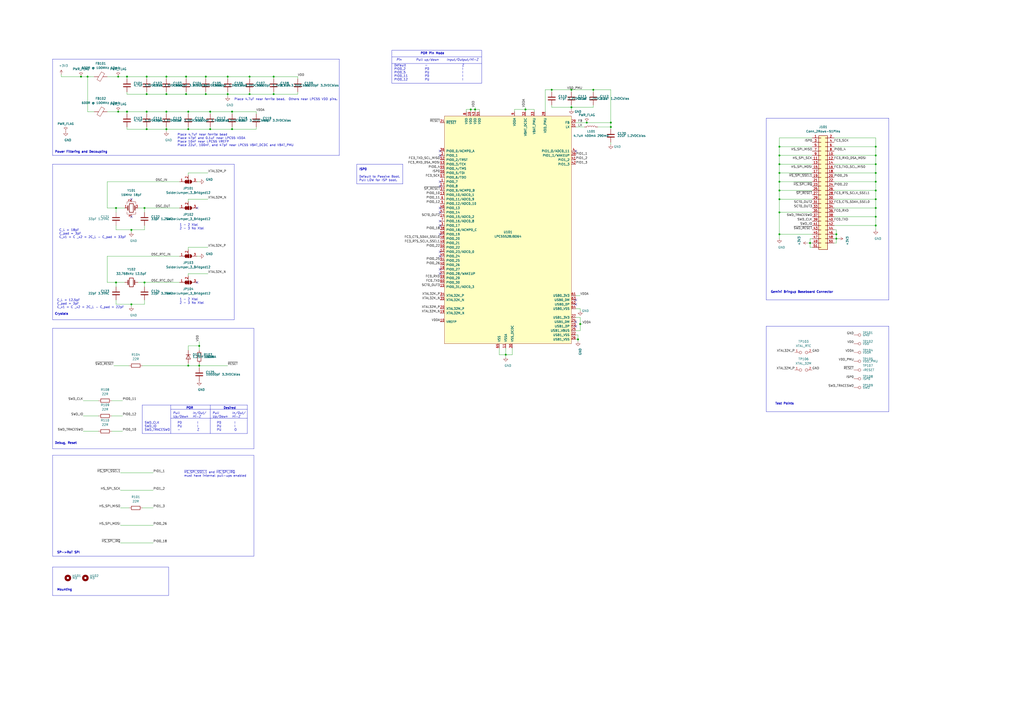
<source format=kicad_sch>
(kicad_sch (version 20230121) (generator eeschema)
  (paper "A2")
  (title_block (title "LPC55 Carrier") (company "Oxide Computer") (comment 1 "P/N: 913-00002"))
  (junction (at 331.47 52.07))
  (junction (at 85.09 54.61))
  (junction (at 273.05 63.5))
  (junction (at 508 110.49))
  (junction (at 132.08 54.61))
  (junction (at 107.95 44.45))
  (junction (at 134.62 74.93))
  (junction (at 109.22 74.93))
  (junction (at 485.14 135.89))
  (junction (at 331.47 62.23))
  (junction (at 68.58 64.77))
  (junction (at 83.82 163.83))
  (junction (at 85.09 44.45))
  (junction (at 452.12 90.17))
  (junction (at 107.95 54.61))
  (junction (at 76.2 176.53))
  (junction (at 354.33 71.12))
  (junction (at 340.36 71.12))
  (junction (at 76.2 133.35))
  (junction (at 144.78 54.61))
  (junction (at 508 95.25))
  (junction (at 508 85.09))
  (junction (at 275.59 63.5))
  (junction (at 452.12 85.09))
  (junction (at 119.38 54.61))
  (junction (at 335.28 196.85))
  (junction (at 115.57 212.09))
  (junction (at 304.8 63.5))
  (junction (at 96.52 44.45))
  (junction (at 50.8 44.45))
  (junction (at 344.17 52.07))
  (junction (at 293.37 205.74))
  (junction (at 452.12 135.89))
  (junction (at 109.22 212.09))
  (junction (at 452.12 110.49))
  (junction (at 67.31 120.65))
  (junction (at 73.66 64.77))
  (junction (at 508 115.57))
  (junction (at 96.52 74.93))
  (junction (at 452.12 123.19))
  (junction (at 469.9 140.97))
  (junction (at 85.09 74.93))
  (junction (at 452.12 115.57))
  (junction (at 96.52 64.77))
  (junction (at 508 90.17))
  (junction (at 336.55 187.96))
  (junction (at 115.57 200.66))
  (junction (at 121.92 64.77))
  (junction (at 452.12 95.25))
  (junction (at 144.78 44.45))
  (junction (at 73.66 44.45))
  (junction (at 85.09 64.77))
  (junction (at 134.62 64.77))
  (junction (at 508 100.33))
  (junction (at 508 130.81))
  (junction (at 320.04 52.07))
  (junction (at 508 105.41))
  (junction (at 46.99 44.45))
  (junction (at 452.12 100.33))
  (junction (at 83.82 120.65))
  (junction (at 121.92 74.93))
  (junction (at 68.58 44.45))
  (junction (at 452.12 105.41))
  (junction (at 132.08 44.45))
  (junction (at 508 120.65))
  (junction (at 485.14 138.43))
  (junction (at 354.33 73.66))
  (junction (at 67.31 163.83))
  (junction (at 158.75 44.45))
  (junction (at 109.22 64.77))
  (junction (at 119.38 44.45))
  (junction (at 508 125.73))
  (junction (at 96.52 54.61))
  (junction (at 158.75 54.61))
  (no_connect (at 255.27 123.19))
  (no_connect (at 255.27 87.63))
  (no_connect (at 114.3 163.83))
  (no_connect (at 255.27 156.21))
  (no_connect (at 255.27 146.05))
  (no_connect (at 255.27 107.95))
  (no_connect (at 255.27 135.89))
  (no_connect (at 255.27 130.81))
  (no_connect (at 255.27 128.27))
  (no_connect (at 334.01 87.63))
  (no_connect (at 255.27 148.59))
  (no_connect (at 334.01 186.69))
  (no_connect (at 255.27 158.75))
  (no_connect (at 255.27 105.41))
  (no_connect (at 76.2 125.73))
  (no_connect (at 334.01 173.99))
  (no_connect (at 255.27 90.17))
  (no_connect (at 76.2 115.57))
  (no_connect (at 255.27 120.65))
  (no_connect (at 114.3 120.65))
  (no_connect (at 334.01 176.53))
  (no_connect (at 334.01 189.23))
  (wire (pts (xy 508 90.17) (xy 508 95.25)))
  (wire (pts (xy 316.23 64.77) (xy 316.23 52.07)))
  (wire (pts (xy 148.59 64.77) (xy 148.59 66.04)))
  (wire (pts (xy 107.95 54.61) (xy 119.38 54.61)))
  (wire (pts (xy 508 120.65) (xy 508 125.73)))
  (wire (pts (xy 132.08 44.45) (xy 144.78 44.45)))
  (wire (pts (xy 144.78 44.45) (xy 158.75 44.45)))
  (wire (pts (xy 452.12 105.41) (xy 452.12 110.49)))
  (wire (pts (xy 109.22 115.57) (xy 109.22 116.84)))
  (wire (pts (xy 469.9 140.97) (xy 469.9 138.43)))
  (wire (pts (xy 107.95 44.45) (xy 119.38 44.45)))
  (wire (pts (xy 48.26 232.41) (xy 57.15 232.41)))
  (wire (pts (xy 483.87 135.89) (xy 485.14 135.89)))
  (wire (pts (xy 334.01 73.66) (xy 339.09 73.66)))
  (wire (pts (xy 96.52 74.93) (xy 96.52 73.66)))
  (polyline (pts (xy 30.48 95.25) (xy 30.48 185.42)))
  (polyline (pts (xy 99.06 237.49) (xy 143.51 237.49)))
  (polyline (pts (xy 147.32 260.35) (xy 147.32 190.5)))
  (wire (pts (xy 73.66 45.72) (xy 73.66 44.45)))
  (wire (pts (xy 508 110.49) (xy 508 115.57)))
  (wire (pts (xy 483.87 80.01) (xy 508 80.01)))
  (wire (pts (xy 73.66 54.61) (xy 85.09 54.61)))
  (wire (pts (xy 85.09 54.61) (xy 96.52 54.61)))
  (wire (pts (xy 508 80.01) (xy 508 85.09)))
  (polyline (pts (xy 444.5 173.99) (xy 444.5 68.58)))
  (wire (pts (xy 109.22 212.09) (xy 115.57 212.09)))
  (wire (pts (xy 62.23 44.45) (xy 68.58 44.45)))
  (wire (pts (xy 483.87 105.41) (xy 508 105.41)))
  (wire (pts (xy 114.3 105.41) (xy 115.57 105.41)))
  (wire (pts (xy 483.87 130.81) (xy 508 130.81)))
  (wire (pts (xy 104.14 105.41) (xy 62.23 105.41)))
  (polyline (pts (xy 82.55 234.95) (xy 143.51 234.95)))
  (wire (pts (xy 309.88 63.5) (xy 309.88 64.77)))
  (polyline (pts (xy 515.62 238.76) (xy 444.5 238.76)))
  (polyline (pts (xy 82.55 251.46) (xy 82.55 234.95)))
  (wire (pts (xy 83.82 120.65) (xy 83.82 123.19)))
  (wire (pts (xy 471.17 143.51) (xy 469.9 143.51)))
  (wire (pts (xy 331.47 62.23) (xy 331.47 63.5)))
  (wire (pts (xy 109.22 73.66) (xy 109.22 74.93)))
  (wire (pts (xy 334.01 71.12) (xy 340.36 71.12)))
  (wire (pts (xy 132.08 53.34) (xy 132.08 54.61)))
  (wire (pts (xy 471.17 110.49) (xy 452.12 110.49)))
  (wire (pts (xy 344.17 52.07) (xy 344.17 53.34)))
  (wire (pts (xy 119.38 53.34) (xy 119.38 54.61)))
  (wire (pts (xy 336.55 179.07) (xy 336.55 180.34)))
  (polyline (pts (xy 30.48 264.16) (xy 147.32 264.16)))
  (wire (pts (xy 109.22 158.75) (xy 120.65 158.75)))
  (wire (pts (xy 96.52 45.72) (xy 96.52 44.45)))
  (wire (pts (xy 144.78 45.72) (xy 144.78 44.45)))
  (wire (pts (xy 304.8 63.5) (xy 309.88 63.5)))
  (polyline (pts (xy 30.48 322.58) (xy 30.48 264.16)))
  (wire (pts (xy 50.8 44.45) (xy 54.61 44.45)))
  (polyline (pts (xy 143.51 251.46) (xy 82.55 251.46)))
  (wire (pts (xy 54.61 64.77) (xy 50.8 64.77)))
  (wire (pts (xy 48.26 241.3) (xy 57.15 241.3)))
  (wire (pts (xy 293.37 205.74) (xy 293.37 207.01)))
  (wire (pts (xy 144.78 54.61) (xy 158.75 54.61)))
  (wire (pts (xy 354.33 52.07) (xy 354.33 71.12)))
  (wire (pts (xy 483.87 110.49) (xy 508 110.49)))
  (wire (pts (xy 483.87 140.97) (xy 485.14 140.97)))
  (wire (pts (xy 115.57 212.09) (xy 115.57 213.36)))
  (wire (pts (xy 508 115.57) (xy 508 120.65)))
  (polyline (pts (xy 444.5 238.76) (xy 444.5 189.23)))
  (wire (pts (xy 76.2 177.8) (xy 76.2 176.53)))
  (wire (pts (xy 83.82 173.99) (xy 83.82 176.53)))
  (wire (pts (xy 331.47 62.23) (xy 344.17 62.23)))
  (polyline (pts (xy 515.62 68.58) (xy 515.62 173.99)))
  (wire (pts (xy 109.22 212.09) (xy 109.22 210.82)))
  (wire (pts (xy 88.9 304.8) (xy 69.85 304.8)))
  (wire (pts (xy 452.12 80.01) (xy 452.12 85.09)))
  (wire (pts (xy 471.17 140.97) (xy 469.9 140.97)))
  (polyline (pts (xy 207.01 95.25) (xy 233.68 95.25)))
  (wire (pts (xy 304.8 64.77) (xy 304.8 63.5)))
  (wire (pts (xy 270.51 63.5) (xy 273.05 63.5)))
  (wire (pts (xy 35.56 44.45) (xy 46.99 44.45)))
  (polyline (pts (xy 121.92 234.95) (xy 121.92 251.46)))
  (wire (pts (xy 304.8 63.5) (xy 304.8 62.23)))
  (wire (pts (xy 88.9 314.96) (xy 69.85 314.96)))
  (wire (pts (xy 483.87 133.35) (xy 485.14 133.35)))
  (wire (pts (xy 452.12 115.57) (xy 452.12 123.19)))
  (wire (pts (xy 508 100.33) (xy 508 105.41)))
  (wire (pts (xy 483.87 85.09) (xy 508 85.09)))
  (polyline (pts (xy 147.32 264.16) (xy 147.32 322.58)))
  (wire (pts (xy 82.55 212.09) (xy 109.22 212.09)))
  (wire (pts (xy 73.66 74.93) (xy 85.09 74.93)))
  (wire (pts (xy 62.23 148.59) (xy 62.23 163.83)))
  (wire (pts (xy 50.8 64.77) (xy 50.8 44.45)))
  (wire (pts (xy 336.55 187.96) (xy 337.82 187.96)))
  (wire (pts (xy 109.22 74.93) (xy 121.92 74.93)))
  (wire (pts (xy 121.92 74.93) (xy 134.62 74.93)))
  (wire (pts (xy 85.09 53.34) (xy 85.09 54.61)))
  (wire (pts (xy 483.87 90.17) (xy 508 90.17)))
  (wire (pts (xy 508 85.09) (xy 508 90.17)))
  (wire (pts (xy 354.33 71.12) (xy 354.33 73.66)))
  (wire (pts (xy 48.26 250.19) (xy 57.15 250.19)))
  (wire (pts (xy 107.95 53.34) (xy 107.95 54.61)))
  (wire (pts (xy 336.55 187.96) (xy 336.55 184.15)))
  (wire (pts (xy 469.9 143.51) (xy 469.9 140.97)))
  (wire (pts (xy 76.2 134.62) (xy 76.2 133.35)))
  (wire (pts (xy 148.59 74.93) (xy 148.59 73.66)))
  (wire (pts (xy 132.08 55.88) (xy 132.08 54.61)))
  (wire (pts (xy 297.18 201.93) (xy 297.18 205.74)))
  (wire (pts (xy 320.04 60.96) (xy 320.04 62.23)))
  (wire (pts (xy 83.82 163.83) (xy 83.82 166.37)))
  (wire (pts (xy 172.72 44.45) (xy 172.72 45.72)))
  (wire (pts (xy 320.04 62.23) (xy 331.47 62.23)))
  (wire (pts (xy 172.72 54.61) (xy 172.72 53.34)))
  (wire (pts (xy 483.87 138.43) (xy 485.14 138.43)))
  (wire (pts (xy 64.77 232.41) (xy 71.12 232.41)))
  (wire (pts (xy 158.75 44.45) (xy 172.72 44.45)))
  (wire (pts (xy 104.14 148.59) (xy 62.23 148.59)))
  (wire (pts (xy 119.38 54.61) (xy 132.08 54.61)))
  (wire (pts (xy 114.3 148.59) (xy 115.57 148.59)))
  (wire (pts (xy 134.62 74.93) (xy 148.59 74.93)))
  (wire (pts (xy 158.75 54.61) (xy 172.72 54.61)))
  (wire (pts (xy 96.52 54.61) (xy 107.95 54.61)))
  (wire (pts (xy 508 105.41) (xy 508 110.49)))
  (wire (pts (xy 320.04 52.07) (xy 331.47 52.07)))
  (wire (pts (xy 67.31 163.83) (xy 72.39 163.83)))
  (wire (pts (xy 275.59 63.5) (xy 275.59 64.77)))
  (polyline (pts (xy 279.4 48.26) (xy 227.33 48.26)))
  (wire (pts (xy 508 130.81) (xy 508 133.35)))
  (wire (pts (xy 85.09 44.45) (xy 96.52 44.45)))
  (wire (pts (xy 471.17 100.33) (xy 452.12 100.33)))
  (polyline (pts (xy 135.89 95.25) (xy 30.48 95.25)))
  (polyline (pts (xy 99.06 234.95) (xy 99.06 251.46)))
  (polyline (pts (xy 30.48 34.29) (xy 30.48 90.17)))
  (wire (pts (xy 270.51 64.77) (xy 270.51 63.5)))
  (wire (pts (xy 64.77 241.3) (xy 71.12 241.3)))
  (polyline (pts (xy 99.06 242.57) (xy 143.51 242.57)))
  (wire (pts (xy 335.28 194.31) (xy 335.28 196.85)))
  (wire (pts (xy 275.59 63.5) (xy 278.13 63.5)))
  (polyline (pts (xy 30.48 90.17) (xy 196.85 90.17)))
  (wire (pts (xy 67.31 176.53) (xy 67.31 173.99)))
  (polyline (pts (xy 30.48 345.44) (xy 30.48 328.93)))
  (wire (pts (xy 109.22 158.75) (xy 109.22 160.02)))
  (wire (pts (xy 316.23 52.07) (xy 320.04 52.07)))
  (wire (pts (xy 508 125.73) (xy 508 130.81)))
  (wire (pts (xy 273.05 63.5) (xy 275.59 63.5)))
  (wire (pts (xy 66.04 212.09) (xy 74.93 212.09)))
  (wire (pts (xy 134.62 64.77) (xy 148.59 64.77)))
  (wire (pts (xy 452.12 135.89) (xy 452.12 138.43)))
  (wire (pts (xy 85.09 74.93) (xy 85.09 73.66)))
  (polyline (pts (xy 444.5 68.58) (xy 515.62 68.58)))
  (wire (pts (xy 80.01 120.65) (xy 83.82 120.65)))
  (wire (pts (xy 67.31 123.19) (xy 67.31 120.65)))
  (wire (pts (xy 298.45 64.77) (xy 298.45 63.5)))
  (wire (pts (xy 88.9 294.64) (xy 82.55 294.64)))
  (wire (pts (xy 67.31 163.83) (xy 62.23 163.83)))
  (wire (pts (xy 485.14 138.43) (xy 485.14 135.89)))
  (polyline (pts (xy 135.89 185.42) (xy 135.89 95.25)))
  (wire (pts (xy 298.45 63.5) (xy 304.8 63.5)))
  (wire (pts (xy 471.17 80.01) (xy 452.12 80.01)))
  (wire (pts (xy 96.52 64.77) (xy 109.22 64.77)))
  (wire (pts (xy 144.78 53.34) (xy 144.78 54.61)))
  (wire (pts (xy 334.01 194.31) (xy 335.28 194.31)))
  (polyline (pts (xy 30.48 185.42) (xy 135.89 185.42)))
  (wire (pts (xy 67.31 120.65) (xy 62.23 120.65)))
  (wire (pts (xy 119.38 44.45) (xy 132.08 44.45)))
  (wire (pts (xy 471.17 105.41) (xy 452.12 105.41)))
  (wire (pts (xy 109.22 64.77) (xy 121.92 64.77)))
  (wire (pts (xy 85.09 45.72) (xy 85.09 44.45)))
  (wire (pts (xy 485.14 135.89) (xy 485.14 133.35)))
  (wire (pts (xy 46.99 44.45) (xy 50.8 44.45)))
  (wire (pts (xy 115.57 212.09) (xy 115.57 210.82)))
  (wire (pts (xy 73.66 66.04) (xy 73.66 64.77)))
  (wire (pts (xy 109.22 100.33) (xy 120.65 100.33)))
  (wire (pts (xy 273.05 64.77) (xy 273.05 63.5)))
  (wire (pts (xy 289.56 205.74) (xy 293.37 205.74)))
  (wire (pts (xy 109.22 143.51) (xy 120.65 143.51)))
  (wire (pts (xy 83.82 120.65) (xy 104.14 120.65)))
  (wire (pts (xy 354.33 73.66) (xy 354.33 74.93)))
  (wire (pts (xy 73.66 64.77) (xy 85.09 64.77)))
  (wire (pts (xy 471.17 95.25) (xy 452.12 95.25)))
  (wire (pts (xy 483.87 95.25) (xy 508 95.25)))
  (wire (pts (xy 67.31 133.35) (xy 67.31 130.81)))
  (wire (pts (xy 96.52 66.04) (xy 96.52 64.77)))
  (wire (pts (xy 471.17 138.43) (xy 469.9 138.43)))
  (wire (pts (xy 76.2 176.53) (xy 67.31 176.53)))
  (wire (pts (xy 452.12 110.49) (xy 452.12 115.57)))
  (polyline (pts (xy 515.62 173.99) (xy 444.5 173.99)))
  (polyline (pts (xy 30.48 328.93) (xy 97.79 328.93)))
  (polyline (pts (xy 227.33 33.02) (xy 279.4 33.02)))
  (wire (pts (xy 469.9 140.97) (xy 468.63 140.97)))
  (wire (pts (xy 115.57 212.09) (xy 132.08 212.09)))
  (wire (pts (xy 62.23 64.77) (xy 68.58 64.77)))
  (wire (pts (xy 109.22 144.78) (xy 109.22 143.51)))
  (wire (pts (xy 96.52 53.34) (xy 96.52 54.61)))
  (polyline (pts (xy 147.32 190.5) (xy 30.48 190.5)))
  (wire (pts (xy 76.2 133.35) (xy 67.31 133.35)))
  (wire (pts (xy 109.22 115.57) (xy 120.65 115.57)))
  (wire (pts (xy 508 95.25) (xy 508 100.33)))
  (wire (pts (xy 68.58 44.45) (xy 73.66 44.45)))
  (wire (pts (xy 109.22 74.93) (xy 96.52 74.93)))
  (wire (pts (xy 85.09 64.77) (xy 96.52 64.77)))
  (wire (pts (xy 452.12 90.17) (xy 452.12 95.25)))
  (wire (pts (xy 354.33 73.66) (xy 346.71 73.66)))
  (wire (pts (xy 115.57 203.2) (xy 115.57 200.66)))
  (polyline (pts (xy 233.68 95.25) (xy 233.68 106.68)))
  (wire (pts (xy 340.36 71.12) (xy 354.33 71.12)))
  (wire (pts (xy 336.55 191.77) (xy 336.55 187.96)))
  (wire (pts (xy 334.01 171.45) (xy 336.55 171.45)))
  (wire (pts (xy 132.08 45.72) (xy 132.08 44.45)))
  (polyline (pts (xy 227.33 29.21) (xy 279.4 29.21)))
  (wire (pts (xy 85.09 66.04) (xy 85.09 64.77)))
  (wire (pts (xy 132.08 54.61) (xy 144.78 54.61)))
  (wire (pts (xy 471.17 123.19) (xy 452.12 123.19)))
  (wire (pts (xy 88.9 284.48) (xy 69.85 284.48)))
  (wire (pts (xy 320.04 52.07) (xy 320.04 53.34)))
  (wire (pts (xy 96.52 74.93) (xy 85.09 74.93)))
  (wire (pts (xy 471.17 90.17) (xy 452.12 90.17)))
  (polyline (pts (xy 227.33 48.26) (xy 227.33 29.21)))
  (wire (pts (xy 73.66 44.45) (xy 85.09 44.45)))
  (wire (pts (xy 74.93 294.64) (xy 69.85 294.64)))
  (wire (pts (xy 483.87 120.65) (xy 508 120.65)))
  (wire (pts (xy 331.47 52.07) (xy 344.17 52.07)))
  (wire (pts (xy 334.01 184.15) (xy 336.55 184.15)))
  (wire (pts (xy 83.82 163.83) (xy 104.14 163.83)))
  (wire (pts (xy 67.31 166.37) (xy 67.31 163.83)))
  (wire (pts (xy 471.17 115.57) (xy 452.12 115.57)))
  (wire (pts (xy 35.56 43.18) (xy 35.56 44.45)))
  (wire (pts (xy 115.57 200.66) (xy 115.57 198.12)))
  (wire (pts (xy 452.12 85.09) (xy 452.12 90.17)))
  (wire (pts (xy 293.37 201.93) (xy 293.37 205.74)))
  (polyline (pts (xy 30.48 260.35) (xy 147.32 260.35)))
  (wire (pts (xy 471.17 85.09) (xy 452.12 85.09)))
  (wire (pts (xy 485.14 138.43) (xy 486.41 138.43)))
  (wire (pts (xy 334.01 179.07) (xy 336.55 179.07)))
  (polyline (pts (xy 233.68 106.68) (xy 207.01 106.68)))
  (wire (pts (xy 80.01 163.83) (xy 83.82 163.83)))
  (wire (pts (xy 134.62 64.77) (xy 134.62 66.04)))
  (polyline (pts (xy 444.5 189.23) (xy 515.62 189.23)))
  (wire (pts (xy 278.13 64.77) (xy 278.13 63.5)))
  (wire (pts (xy 289.56 201.93) (xy 289.56 205.74)))
  (polyline (pts (xy 143.51 234.95) (xy 143.51 251.46)))
  (wire (pts (xy 158.75 45.72) (xy 158.75 44.45)))
  (wire (pts (xy 344.17 62.23) (xy 344.17 60.96)))
  (polyline (pts (xy 196.85 90.17) (xy 196.85 34.29)))
  (wire (pts (xy 109.22 101.6) (xy 109.22 100.33)))
  (wire (pts (xy 109.22 203.2) (xy 109.22 200.66)))
  (wire (pts (xy 96.52 44.45) (xy 107.95 44.45)))
  (wire (pts (xy 96.52 76.2) (xy 96.52 74.93)))
  (wire (pts (xy 344.17 52.07) (xy 354.33 52.07)))
  (polyline (pts (xy 207.01 106.68) (xy 207.01 95.25)))
  (polyline (pts (xy 97.79 345.44) (xy 30.48 345.44)))
  (wire (pts (xy 275.59 63.5) (xy 275.59 62.23)))
  (polyline (pts (xy 147.32 322.58) (xy 30.48 322.58)))
  (wire (pts (xy 331.47 52.07) (xy 331.47 53.34)))
  (wire (pts (xy 73.66 73.66) (xy 73.66 74.93)))
  (wire (pts (xy 83.82 176.53) (xy 76.2 176.53)))
  (wire (pts (xy 121.92 73.66) (xy 121.92 74.93)))
  (wire (pts (xy 73.66 53.34) (xy 73.66 54.61)))
  (wire (pts (xy 483.87 115.57) (xy 508 115.57)))
  (wire (pts (xy 121.92 64.77) (xy 134.62 64.77)))
  (wire (pts (xy 88.9 274.32) (xy 69.85 274.32)))
  (wire (pts (xy 107.95 45.72) (xy 107.95 44.45)))
  (wire (pts (xy 121.92 64.77) (xy 121.92 66.04)))
  (wire (pts (xy 452.12 100.33) (xy 452.12 105.41)))
  (wire (pts (xy 62.23 120.65) (xy 62.23 105.41)))
  (wire (pts (xy 483.87 100.33) (xy 508 100.33)))
  (wire (pts (xy 83.82 130.81) (xy 83.82 133.35)))
  (polyline (pts (xy 196.85 34.29) (xy 30.48 34.29)))
  (wire (pts (xy 64.77 250.19) (xy 71.12 250.19)))
  (wire (pts (xy 335.28 196.85) (xy 334.01 196.85)))
  (polyline (pts (xy 97.79 328.93) (xy 97.79 345.44)))
  (wire (pts (xy 471.17 135.89) (xy 452.12 135.89)))
  (wire (pts (xy 335.28 196.85) (xy 335.28 198.12)))
  (wire (pts (xy 83.82 133.35) (xy 76.2 133.35)))
  (wire (pts (xy 109.22 64.77) (xy 109.22 66.04)))
  (wire (pts (xy 134.62 74.93) (xy 134.62 73.66)))
  (wire (pts (xy 483.87 125.73) (xy 508 125.73)))
  (wire (pts (xy 331.47 60.96) (xy 331.47 62.23)))
  (wire (pts (xy 119.38 45.72) (xy 119.38 44.45)))
  (wire (pts (xy 485.14 140.97) (xy 485.14 138.43)))
  (wire (pts (xy 109.22 200.66) (xy 115.57 200.66)))
  (polyline (pts (xy 227.33 36.83) (xy 279.4 36.83)))
  (wire (pts (xy 452.12 95.25) (xy 452.12 100.33)))
  (wire (pts (xy 68.58 64.77) (xy 73.66 64.77)))
  (wire (pts (xy 158.75 53.34) (xy 158.75 54.61)))
  (wire (pts (xy 293.37 205.74) (xy 297.18 205.74)))
  (polyline (pts (xy 279.4 29.21) (xy 279.4 48.26)))
  (polyline (pts (xy 515.62 189.23) (xy 515.62 238.76)))
  (wire (pts (xy 334.01 191.77) (xy 336.55 191.77)))
  (wire (pts (xy 67.31 120.65) (xy 72.39 120.65)))
  (wire (pts (xy 354.33 82.55) (xy 354.33 83.82)))
  (wire (pts (xy 452.12 123.19) (xy 452.12 135.89)))
  (polyline (pts (xy 30.48 190.5) (xy 30.48 260.35)))
  (text "Desired" (at 129.54 237.49 0) (effects (font (size 1.27 1.27) (thickness 0.254) bold) (justify left bottom)))
  (text "Gemini Bringup Baseboard Connector" (at 447.04 170.18 0) (effects (font (size 1.27 1.27) (thickness 0.254) bold) (justify left bottom)))
  (text "-\nPD\nPU\nPD\nPU" (at 246.38 46.99 0) (effects (font (size 1.27 1.27)) (justify left bottom)))
  (text "~{HS_SPI_SSEL1} and ~{HS_SPI_IRQ}\nmust have internal pull-ups enabled" (at 106.68 276.86 0) (effects (font (size 1.27 1.27)) (justify left bottom)))
  (text "Crystals" (at 31.75 182.88 0) (effects (font (size 1.27 1.27) (thickness 0.254) bold) (justify left bottom)))
  (text "PD\nPU\n-" (at 102.87 250.19 0) (effects (font (size 1.27 1.27)) (justify left bottom)))
  (text "Test Points" (at 449.58 234.95 0) (effects (font (size 1.27 1.27) (thickness 0.254) bold) (justify left bottom)))
  (text "Power Filtering and Decoupling" (at 31.75 88.9 0) (effects (font (size 1.27 1.27) (thickness 0.254) bold) (justify left bottom)))
  (text "Mounting" (at 33.02 342.9 0) (effects (font (size 1.27 1.27) (thickness 0.254) bold) (justify left bottom)))
  (text "Pull\nUp/Down" (at 100.33 242.57 0) (effects (font (size 1.27 1.27) italic) (justify left bottom)))
  (text "Pull up/down" (at 241.3 35.56 0) (effects (font (size 1.27 1.27) italic) (justify left bottom)))
  (text "In/Out/\nHi-Z" (at 134.62 242.57 0) (effects (font (size 1.27 1.27) italic) (justify left bottom)))
  (text "C_L = 12.5pF\nC_pad = 3pF\nC_x1 = C _x2 = 2C_L - C_pad = 22pF" (at 33.02 179.07 0) (effects (font (size 1.27 1.27)) (justify left bottom)))
  (text "SWD_CLK\nSWD_IO\nSWD_TRACESWO" (at 83.82 250.19 0) (effects (font (size 1.27 1.27)) (justify left bottom)))
  (text "Debug, Reset" (at 31.75 257.81 0) (effects (font (size 1.27 1.27) (thickness 0.254) bold) (justify left bottom)))
  (text "I\nI\nZ" (at 114.3 250.19 0) (effects (font (size 1.27 1.27)) (justify left bottom)))
  (text "Default\nPIO0_2\nPIO0_5\nPIO0_11\nPIO0_12" (at 228.6 46.99 0) (effects (font (size 1.27 1.27)) (justify left bottom)))
  (text "Default to Passive Boot.\nPull LOW for ISP boot." (at 208.28 105.41 0) (effects (font (size 1.27 1.27)) (justify left bottom)))
  (text "Pull\nUp/Down" (at 123.19 242.57 0) (effects (font (size 1.27 1.27) italic) (justify left bottom)))
  (text "In/Out/\nHi-Z" (at 111.76 242.57 0) (effects (font (size 1.27 1.27) italic) (justify left bottom)))
  (text "Place 4.7uF near ferrite bead.  Others near LPC55 VDD pins." (at 135.89 58.42 0) (effects (font (size 1.27 1.27)) (justify left bottom)))
  (text "POR Pin Mode" (at 243.84 31.75 0) (effects (font (size 1.27 1.27) (thickness 0.254) bold) (justify left bottom)))
  (text "C_L = 18pF\nC_pad = 3pF\nC_x1 = C _x2 = 2C_L - C_pad = 33pF" (at 34.29 138.43 0) (effects (font (size 1.27 1.27)) (justify left bottom)))
  (text "Pin" (at 229.87 35.56 0) (effects (font (size 1.27 1.27) italic) (justify left bottom)))
  (text "Z\nI\nI\nI\nI" (at 267.97 46.99 0) (effects (font (size 1.27 1.27)) (justify left bottom)))
  (text "PD\nPU\nPU" (at 125.73 250.19 0) (effects (font (size 1.27 1.27)) (justify left bottom)))
  (text "1 - 2 Xtal\n2 - 3 No Xtal" (at 104.14 176.53 0) (effects (font (size 1.27 1.27)) (justify left bottom)))
  (text "ISP0" (at 208.28 99.06 0) (effects (font (size 1.27 1.27) (thickness 0.254) bold) (justify left bottom)))
  (text "Input/Output/Hi-Z" (at 259.08 35.56 0) (effects (font (size 1.27 1.27) italic) (justify left bottom)))
  (text "SP->RoT SPI" (at 33.02 321.31 0) (effects (font (size 1.27 1.27) (thickness 0.254) bold) (justify left bottom)))
  (text "Place 4.7uF near ferrite bead\nPlace 47pF and 0.1uF near LPC55 VDDA\nPlace 10nF near LPC55 VREFP\nPlace 22uF, 100nF, and 47pF near LPC55 VBAT_DCDC and VBAT_PMU" (at 102.87 85.09 0) (effects (font (size 1.27 1.27)) (justify left bottom)))
  (text "I\nI\nO" (at 135.89 250.19 0) (effects (font (size 1.27 1.27)) (justify left bottom)))
  (text "POR" (at 107.95 237.49 0) (effects (font (size 1.27 1.27) (thickness 0.254) bold) (justify left bottom)))
  (text "1 - 2 Xtal\n2 - 3 No Xtal" (at 104.14 133.35 0) (effects (font (size 1.27 1.27)) (justify left bottom)))
  (label "SWD_TRACESWO" (at 495.3 224.79 180))
  (label "~{SP_RESET}" (at 255.27 110.49 180))
  (label "~{RESET}" (at 495.3 214.63 180))
  (label "SWD_IO" (at 48.26 241.3 180))
  (label "~{HS_SPI_SSEL1}" (at 69.85 274.32 180))
  (label "PIO0_11" (at 255.27 115.57 180))
  (label "PIO0_26" (at 255.27 153.67 180))
  (label "PIO0_4" (at 483.87 87.63 0))
  (label "VDDA" (at 495.3 204.47 180))
  (label "PIO0_11" (at 71.12 232.41 0))
  (label "FC0_RXD" (at 255.27 161.29 180))
  (label "HS_SPI_MOSI" (at 69.85 304.8 180))
  (label "PIO0_10" (at 255.27 113.03 180))
  (label "~{SP_RESET}" (at 471.17 113.03 180))
  (label "ISP0" (at 495.3 219.71 180))
  (label "XTAL32M_N" (at 120.65 115.57 0))
  (label "PIO0_12" (at 255.27 118.11 180))
  (label "PIO0_10" (at 71.12 250.19 0))
  (label "XTAL32M_P" (at 120.65 100.33 0))
  (label "PIO0_25" (at 483.87 102.87 0))
  (label "~{HS_SPI_IRQ}" (at 69.85 314.96 180))
  (label "FC3_TXD_SCL_MISO" (at 255.27 92.71 180))
  (label "XTAL32K_N" (at 120.65 158.75 0))
  (label "HS_SPI_SCK" (at 69.85 284.48 180))
  (label "PIO0_18" (at 88.9 314.96 0))
  (label "FC3_RTS_SCLX_SSEL1" (at 483.87 113.03 0))
  (label "SWD_CLK" (at 48.26 232.41 180))
  (label "FC3_TXD_SCL_MISO" (at 483.87 97.79 0))
  (label "LX" (at 335.28 73.66 0))
  (label "GND" (at 471.17 204.47 0))
  (label "PIO1_1" (at 334.01 90.17 0))
  (label "~{HS_SPI_IRQ}" (at 471.17 107.95 180))
  (label "VDDA" (at 336.55 171.45 0))
  (label "FC3_SCK" (at 255.27 102.87 180))
  (label "VDD" (at 495.3 199.39 180))
  (label "XTAL32K_N" (at 255.27 173.99 180))
  (label "XTAL32M_P" (at 255.27 179.07 180))
  (label "OSC_RTC_IN" (at 87.63 148.59 0))
  (label "PIO0_4" (at 255.27 97.79 180))
  (label "XTAL32M_P" (at 461.01 214.63 180))
  (label "FC3_RTS_SCLX_SSEL1" (at 255.27 140.97 180))
  (label "PIO0_22" (at 483.87 107.95 0))
  (label "SCT0_OUT3" (at 471.17 120.65 180))
  (label "FC3_CTS_SDAX_SSEL0" (at 255.27 138.43 180))
  (label "FC3_RXD_DSA_MOSI" (at 255.27 95.25 180))
  (label "~{RESET}" (at 255.27 71.12 180))
  (label "HS_SPI_MOSI" (at 471.17 97.79 180))
  (label "VDDA" (at 304.8 62.23 90))
  (label "FC0_RXD" (at 483.87 123.19 0))
  (label "VDD" (at 172.72 44.45 0))
  (label "XTAL32K_P" (at 461.01 204.47 180))
  (label "SWD_TRACESWO" (at 48.26 250.19 180))
  (label "SWD_CLK" (at 471.17 128.27 180))
  (label "HS_SPI_MISO" (at 69.85 294.64 180))
  (label "VDD" (at 115.57 198.12 90))
  (label "XTAL32K_P" (at 255.27 171.45 180))
  (label "PIO1_1" (at 88.9 274.32 0))
  (label "OSC_OUT" (at 90.17 120.65 0))
  (label "VDDA" (at 337.82 187.96 0))
  (label "~{SWD_RESET}" (at 66.04 212.09 180))
  (label "PIO1_3" (at 88.9 294.64 0))
  (label "HS_SPI_MISO" (at 471.17 87.63 180))
  (label "SWD_IO" (at 471.17 130.81 180))
  (label "VDD" (at 275.59 62.23 90))
  (label "GND" (at 471.17 214.63 0))
  (label "SCT0_OUT2" (at 255.27 125.73 180))
  (label "GND" (at 495.3 194.31 180))
  (label "FC0_TXD" (at 255.27 163.83 180))
  (label "~{SWD_RESET}" (at 471.17 133.35 180))
  (label "PIO1_2" (at 88.9 284.48 0))
  (label "SCT0_OUT2" (at 471.17 118.11 180))
  (label "ISP0" (at 255.27 100.33 180))
  (label "PIO0_26" (at 88.9 304.8 0))
  (label "OSC_RTC_OUT" (at 87.63 163.83 0))
  (label "SCT0_OUT3" (at 255.27 166.37 180))
  (label "HS_SPI_SCK" (at 471.17 92.71 180))
  (label "VDD_PMU" (at 328.93 52.07 0))
  (label "XTAL32K_P" (at 120.65 143.51 0))
  (label "ISP0" (at 471.17 82.55 180))
  (label "FC3_RXD_DSA_MOSI" (at 483.87 92.71 0))
  (label "VDDA" (at 148.59 64.77 0))
  (label "VDD_PMU" (at 495.3 209.55 180))
  (label "~{HS_SPI_SSEL1}" (at 471.17 102.87 180))
  (label "PIO0_25" (at 255.27 151.13 180))
  (label "PIO1_3" (at 334.01 95.25 0))
  (label "OSC_IN" (at 90.17 105.41 0))
  (label "PIO0_18" (at 255.27 133.35 180))
  (label "PIO0_22" (at 255.27 143.51 180))
  (label "FC0_TXD" (at 483.87 128.27 0))
  (label "~{RESET}" (at 132.08 212.09 0))
  (label "SWD_TRACESWO" (at 471.17 125.73 180))
  (label "FC3_SCK" (at 483.87 82.55 0))
  (label "PIO0_12" (at 71.12 241.3 0))
  (label "XTAL32M_N" (at 255.27 181.61 180))
  (label "VDDA" (at 255.27 186.69 180))
  (label "FB" (at 335.28 71.12 0))
  (label "PIO1_2" (at 334.01 92.71 0))
  (label "FC3_CTS_SDAX_SSEL0" (at 483.87 118.11 0))
  (symbol (lib_id "lpc55_carrier-rescue:Crystal_GND24-Device") (at 76.2 120.65 0) (unit 1)
    (property "Reference" "Y101" (at 76.2 110.49 0))
    (property "Value" "16MHz 18pF" (at 76.2 113.03 0))
    (property "Footprint" "Crystal:Crystal_SMD_5032-4Pin_5.0x3.2mm" (effects hide))
    (property "Mfg" "Raltron Electronics" (effects hide))
    (property "MPN" "H130B-16.000-18-3030-EXT-TR" (effects hide))
    (property "CPN" "216-00007" (effects hide))
  )
  (symbol (lib_id "lpc55_carrier-rescue:C-Device") (at 67.31 127 0) (unit 1)
    (property "Reference" "C121" (at 63.5 125.73 0) (effects (justify right)))
    (property "Value" "33pF 1.2VAC" (at 63.5 127 0) (effects (justify right)))
    (property "Footprint" "Capacitor_SMD:C_0603_1608Metric" (effects hide))
    (property "CPN" "212-00017" (effects hide))
    (property "Mfg" "Kemet" (effects hide))
    (property "MPN" "C0603C300J5GACTU" (effects hide))
  )
  (symbol (lib_id "lpc55_carrier-rescue:C-Device") (at 83.82 127 0) (unit 1)
    (property "Reference" "C122" (at 87.63 125.73 0) (effects (justify left)))
    (property "Value" "33pF 1.2VAC" (at 87.63 127 0) (effects (justify left)))
    (property "Footprint" "Capacitor_SMD:C_0603_1608Metric" (effects hide))
    (property "CPN" "212-00017" (effects hide))
    (property "Mfg" "Kemet" (effects hide))
    (property "MPN" "C0603C300J5GACTU" (effects hide))
  )
  (symbol (lib_id "lpc55_carrier-rescue:GND-power") (at 76.2 134.62 0) (unit 1)
    (property "Reference" "#PWR0109" (effects hide))
    (property "Value" "GND" (at 77.47 139.7 0))
  )
  (symbol (lib_id "lpc55_carrier-rescue:Crystal-Device") (at 76.2 163.83 0) (unit 1)
    (property "Reference" "Y102" (at 76.2 156.21 0))
    (property "Value" "32.768kHz 12.5pF" (at 76.2 158.75 0))
    (property "Footprint" "Crystal:Crystal_SMD_3215-2Pin_3.2x1.5mm" (effects hide))
    (property "Mfg" "Epson" (effects hide))
    (property "MPN" "FC-135 32.7680KA-A5" (effects hide))
    (property "CPN" "216-00006" (effects hide))
  )
  (symbol (lib_id "lpc55_carrier-rescue:C-Device") (at 67.31 170.18 0) (unit 1)
    (property "Reference" "C123" (at 63.5 168.91 0) (effects (justify right)))
    (property "Value" "22pF 3.3VAC" (at 63.5 170.18 0) (effects (justify right)))
    (property "Footprint" "Capacitor_SMD:C_0603_1608Metric" (effects hide))
    (property "CPN" "212-00014" (effects hide))
    (property "Mfg" "Kemet" (effects hide))
    (property "MPN" "C0603C220J1GACTU" (effects hide))
  )
  (symbol (lib_id "lpc55_carrier-rescue:C-Device") (at 83.82 170.18 0) (unit 1)
    (property "Reference" "C124" (at 87.63 168.91 0) (effects (justify left)))
    (property "Value" "22pF 3.3VAC" (at 87.63 170.18 0) (effects (justify left)))
    (property "Footprint" "Capacitor_SMD:C_0603_1608Metric" (effects hide))
    (property "CPN" "212-00014" (effects hide))
    (property "Mfg" "Kemet" (effects hide))
    (property "MPN" "C0603C220J1GACTU" (effects hide))
  )
  (symbol (lib_id "lpc55_carrier-rescue:GND-power") (at 76.2 177.8 0) (unit 1)
    (property "Reference" "#PWR0113" (effects hide))
    (property "Value" "GND" (at 77.47 182.88 0))
  )
  (symbol (lib_id "lpc55_carrier-rescue:GND-power") (at 293.37 207.01 0) (unit 1)
    (property "Reference" "#PWR0116" (effects hide))
    (property "Value" "GND" (at 294.64 212.09 0))
  )
  (symbol (lib_id "lpc55_carrier-rescue:R-Device") (at 115.57 207.01 0) (unit 1)
    (property "Reference" "R103" (at 118.11 205.74 0) (effects (justify left)))
    (property "Value" "100kR" (at 118.11 207.01 0) (effects (justify left)))
    (property "Footprint" "Resistor_SMD:R_0603_1608Metric" (effects hide))
    (property "CPN" "232-00021" (effects hide))
    (property "Mfg" "Bourns" (effects hide))
    (property "MPN" "CR0603-JW-104ELF" (effects hide))
  )
  (symbol (lib_id "lpc55_carrier-rescue:C-Device") (at 115.57 217.17 0) (unit 1)
    (property "Reference" "C125" (at 119.38 215.9 0) (effects (justify left)))
    (property "Value" "10000pF 3.3VDCbias" (at 119.38 217.17 0) (effects (justify left)))
    (property "Footprint" "Capacitor_SMD:C_0603_1608Metric" (effects hide))
    (property "CPN" "212-00024" (effects hide))
    (property "Mfg" "Kemet" (effects hide))
    (property "MPN" "C0603C103K4RACTU" (effects hide))
  )
  (symbol (lib_id "lpc55_carrier-rescue:L-Device") (at 342.9 73.66 90) (unit 1)
    (property "Reference" "L101" (at 342.9 76.2 90))
    (property "Value" "4.7uH 400mA 290mR" (at 342.9 78.74 90))
    (property "Footprint" "Inductor_SMD:L_0805_2012Metric" (effects hide))
    (property "Mfg" "TDK" (effects hide))
    (property "MPN" "MLZ2012M4R7HT000" (effects hide))
    (property "CPN" "222-00003" (effects hide))
    (property "Config" "DNC" (effects hide))
  )
  (symbol (lib_id "lpc55_carrier-rescue:C-Device") (at 354.33 78.74 0) (unit 1)
    (property "Reference" "C120" (at 358.14 77.47 0) (effects (justify left)))
    (property "Value" "22uF 1.2VDCbias" (at 358.14 78.74 0) (effects (justify left)))
    (property "Footprint" "Capacitor_SMD:C_1210_3225Metric" (effects hide))
    (property "CPN" "212-00016" (effects hide))
    (property "Mfg" "Kemet" (effects hide))
    (property "MPN" "C1210C226K4PACTU" (effects hide))
  )
  (symbol (lib_id "lpc55_carrier-rescue:GND-power") (at 354.33 83.82 0) (unit 1)
    (property "Reference" "#PWR0107" (effects hide))
    (property "Value" "GND" (at 358.14 85.09 0))
  )
  (symbol (lib_id "lpc55_carrier-rescue:C-Device") (at 320.04 57.15 0) (unit 1)
    (property "Reference" "C110" (at 323.85 55.88 0) (effects (justify left)))
    (property "Value" "47pF 1.2VDCbias" (at 323.85 57.15 0) (effects (justify left)))
    (property "Footprint" "Capacitor_SMD:C_0603_1608Metric" (effects hide))
    (property "CPN" "212-00022" (effects hide))
    (property "Mfg" "Kemet" (effects hide))
    (property "MPN" "C0603C470J4GAC7867" (effects hide))
  )
  (symbol (lib_id "lpc55_carrier-rescue:C-Device") (at 331.47 57.15 0) (unit 1)
    (property "Reference" "C111" (at 335.28 55.88 0) (effects (justify left)))
    (property "Value" "0.1uF 1.2VDCbias" (at 335.28 57.15 0) (effects (justify left)))
    (property "Footprint" "Capacitor_SMD:C_0603_1608Metric" (effects hide))
    (property "CPN" "212-00011" (effects hide))
    (property "Mfg" "Kemet" (effects hide))
    (property "MPN" "C0603C104M4RACTU" (effects hide))
  )
  (symbol (lib_id "lpc55_carrier-rescue:C-Device") (at 344.17 57.15 0) (unit 1)
    (property "Reference" "C112" (at 347.98 55.88 0) (effects (justify left)))
    (property "Value" "2.2uF 1.2VDCbias" (at 347.98 57.15 0) (effects (justify left)))
    (property "Footprint" "Capacitor_SMD:C_0805_2012Metric" (effects hide))
    (property "CPN" "212-00023" (effects hide))
    (property "Mfg" "Kemet" (effects hide))
    (property "MPN" "C0805C225K4RACTU" (effects hide))
  )
  (symbol (lib_id "lpc55_carrier-rescue:GND-power") (at 331.47 63.5 0) (unit 1)
    (property "Reference" "#PWR0103" (effects hide))
    (property "Value" "GND" (at 335.28 64.77 0))
  )
  (symbol (lib_id "lpc55_carrier-rescue:+3V3-power") (at 35.56 43.18 0) (unit 1)
    (property "Reference" "#PWR0101" (effects hide))
    (property "Value" "+3V3" (at 36.83 38.1 0))
  )
  (symbol (lib_id "lpc55_carrier-rescue:Ferrite_Bead-Device") (at 58.42 44.45 270) (unit 1)
    (property "Reference" "FB101" (at 58.42 36.83 90))
    (property "Value" "600R @ 100MHz 10mA" (at 58.42 39.37 90))
    (property "Footprint" "Inductor_SMD:L_0603_1608Metric" (effects hide))
    (property "CPN" "242-00018" (effects hide))
    (property "Mfg" "Murata" (effects hide))
    (property "MPN" "BLM18KG601SN1D" (effects hide))
  )
  (symbol (lib_id "lpc55_carrier-rescue:C-Device") (at 73.66 49.53 0) (unit 1)
    (property "Reference" "C101" (at 77.47 48.26 0) (effects (justify left)))
    (property "Value" "4.7uF 3.3VDCbias" (at 77.47 49.53 0) (effects (justify left)))
    (property "Footprint" "Capacitor_SMD:C_0805_2012Metric" (effects hide))
    (property "CPN" "212-00013" (effects hide))
    (property "Mfg" "Kemet" (effects hide))
    (property "MPN" "C0805C475K4PACTU" (effects hide))
  )
  (symbol (lib_id "lpc55_carrier-rescue:C-Device") (at 85.09 49.53 0) (unit 1)
    (property "Reference" "C102" (at 88.9 48.26 0) (effects (justify left)))
    (property "Value" "0.1uF 3.3VDCbias" (at 88.9 49.53 0) (effects (justify left)))
    (property "Footprint" "Capacitor_SMD:C_0603_1608Metric" (effects hide))
    (property "CPN" "212-00011" (effects hide))
    (property "Mfg" "Kemet" (effects hide))
    (property "MPN" "C0603C104M4RACTU" (effects hide))
  )
  (symbol (lib_id "lpc55_carrier-rescue:C-Device") (at 96.52 49.53 0) (unit 1)
    (property "Reference" "C103" (at 100.33 48.26 0) (effects (justify left)))
    (property "Value" "10000pF 3.3VDCbias" (at 100.33 49.53 0) (effects (justify left)))
    (property "Footprint" "Capacitor_SMD:C_0603_1608Metric" (effects hide))
    (property "CPN" "212-00024" (effects hide))
    (property "Mfg" "Kemet" (effects hide))
    (property "MPN" "C0603C103K4RACTU" (effects hide))
  )
  (symbol (lib_id "lpc55_carrier-rescue:C-Device") (at 107.95 49.53 0) (unit 1)
    (property "Reference" "C104" (at 111.76 48.26 0) (effects (justify left)))
    (property "Value" "0.1uF 3.3VDCbias" (at 111.76 49.53 0) (effects (justify left)))
    (property "Footprint" "Capacitor_SMD:C_0603_1608Metric" (effects hide))
    (property "CPN" "212-00011" (effects hide))
    (property "Mfg" "Kemet" (effects hide))
    (property "MPN" "C0603C104M4RACTU" (effects hide))
  )
  (symbol (lib_id "lpc55_carrier-rescue:C-Device") (at 119.38 49.53 0) (unit 1)
    (property "Reference" "C105" (at 123.19 48.26 0) (effects (justify left)))
    (property "Value" "10000pF 3.3VDCbias" (at 123.19 49.53 0) (effects (justify left)))
    (property "Footprint" "Capacitor_SMD:C_0603_1608Metric" (effects hide))
    (property "CPN" "212-00024" (effects hide))
    (property "Mfg" "Kemet" (effects hide))
    (property "MPN" "C0603C103K4RACTU" (effects hide))
  )
  (symbol (lib_id "lpc55_carrier-rescue:C-Device") (at 132.08 49.53 0) (unit 1)
    (property "Reference" "C106" (at 135.89 48.26 0) (effects (justify left)))
    (property "Value" "0.1uF 3.3VDCbias" (at 135.89 49.53 0) (effects (justify left)))
    (property "Footprint" "Capacitor_SMD:C_0603_1608Metric" (effects hide))
    (property "CPN" "212-00011" (effects hide))
    (property "Mfg" "Kemet" (effects hide))
    (property "MPN" "C0603C104M4RACTU" (effects hide))
  )
  (symbol (lib_id "lpc55_carrier-rescue:C-Device") (at 144.78 49.53 0) (unit 1)
    (property "Reference" "C107" (at 148.59 48.26 0) (effects (justify left)))
    (property "Value" "10000pF 3.3VDCbias" (at 148.59 49.53 0) (effects (justify left)))
    (property "Footprint" "Capacitor_SMD:C_0603_1608Metric" (effects hide))
    (property "CPN" "212-00024" (effects hide))
    (property "Mfg" "Kemet" (effects hide))
    (property "MPN" "C0603C103K4RACTU" (effects hide))
  )
  (symbol (lib_id "lpc55_carrier-rescue:C-Device") (at 158.75 49.53 0) (unit 1)
    (property "Reference" "C108" (at 162.56 48.26 0) (effects (justify left)))
    (property "Value" "0.1uF 3.3VDCbias" (at 162.56 49.53 0) (effects (justify left)))
    (property "Footprint" "Capacitor_SMD:C_0603_1608Metric" (effects hide))
    (property "CPN" "212-00011" (effects hide))
    (property "Mfg" "Kemet" (effects hide))
    (property "MPN" "C0603C104M4RACTU" (effects hide))
  )
  (symbol (lib_id "lpc55_carrier-rescue:C-Device") (at 172.72 49.53 0) (unit 1)
    (property "Reference" "C109" (at 176.53 48.26 0) (effects (justify left)))
    (property "Value" "10000pF 3.3VDCbias" (at 176.53 49.53 0) (effects (justify left)))
    (property "Footprint" "Capacitor_SMD:C_0603_1608Metric" (effects hide))
    (property "CPN" "212-00024" (effects hide))
    (property "Mfg" "Kemet" (effects hide))
    (property "MPN" "C0603C103K4RACTU" (effects hide))
  )
  (symbol (lib_id "lpc55_carrier-rescue:GND-power") (at 132.08 55.88 0) (unit 1)
    (property "Reference" "#PWR0102" (effects hide))
    (property "Value" "GND" (at 133.35 60.96 0))
  )
  (symbol (lib_id "lpc55_carrier-rescue:Ferrite_Bead-Device") (at 58.42 64.77 270) (unit 1)
    (property "Reference" "FB102" (at 58.42 57.15 90))
    (property "Value" "600R @ 100MHz 10mA" (at 58.42 59.69 90))
    (property "Footprint" "Inductor_SMD:L_0603_1608Metric" (effects hide))
    (property "CPN" "242-00018" (effects hide))
    (property "Mfg" "Murata" (effects hide))
    (property "MPN" "BLM18KG601SN1D" (effects hide))
  )
  (symbol (lib_id "lpc55_carrier-rescue:C-Device") (at 85.09 69.85 0) (unit 1)
    (property "Reference" "C114" (at 88.9 68.58 0) (effects (justify left)))
    (property "Value" "47pF 3.3VDCbias" (at 88.9 69.85 0) (effects (justify left)))
    (property "Footprint" "Capacitor_SMD:C_0603_1608Metric" (effects hide))
    (property "CPN" "212-00022" (effects hide))
    (property "Mfg" "Kemet" (effects hide))
    (property "MPN" "C0603C470J4GAC7867" (effects hide))
  )
  (symbol (lib_id "lpc55_carrier-rescue:C-Device") (at 96.52 69.85 0) (unit 1)
    (property "Reference" "C115" (at 100.33 68.58 0) (effects (justify left)))
    (property "Value" "0.1uF 3.3VDCbias" (at 100.33 69.85 0) (effects (justify left)))
    (property "Footprint" "Capacitor_SMD:C_0603_1608Metric" (effects hide))
    (property "CPN" "212-00011" (effects hide))
    (property "Mfg" "Kemet" (effects hide))
    (property "MPN" "C0603C104M4RACTU" (effects hide))
  )
  (symbol (lib_id "lpc55_carrier-rescue:C-Device") (at 109.22 69.85 0) (unit 1)
    (property "Reference" "C116" (at 113.03 68.58 0) (effects (justify left)))
    (property "Value" "10000pF 3.3VDCbias" (at 113.03 69.85 0) (effects (justify left)))
    (property "Footprint" "Capacitor_SMD:C_0603_1608Metric" (effects hide))
    (property "CPN" "212-00024" (effects hide))
    (property "Mfg" "Kemet" (effects hide))
    (property "MPN" "C0603C103K4RACTU" (effects hide))
  )
  (symbol (lib_id "lpc55_carrier-rescue:GND-power") (at 96.52 76.2 0) (unit 1)
    (property "Reference" "#PWR0104" (effects hide))
    (property "Value" "GND" (at 97.79 81.28 0))
  )
  (symbol (lib_id "lpc55_carrier-rescue:C-Device") (at 121.92 69.85 0) (unit 1)
    (property "Reference" "C117" (at 125.73 68.58 0) (effects (justify left)))
    (property "Value" "22uF 3.3VDCbias" (at 125.73 69.85 0) (effects (justify left)))
    (property "Footprint" "Capacitor_SMD:C_1210_3225Metric" (effects hide))
    (property "CPN" "212-00016" (effects hide))
    (property "Mfg" "Kemet" (effects hide))
    (property "MPN" "C1210C226K4PACTU" (effects hide))
  )
  (symbol (lib_id "lpc55_carrier-rescue:C-Device") (at 134.62 69.85 0) (unit 1)
    (property "Reference" "C118" (at 138.43 68.58 0) (effects (justify left)))
    (property "Value" "0.1uF 3.3VDCbias" (at 138.43 69.85 0) (effects (justify left)))
    (property "Footprint" "Capacitor_SMD:C_0603_1608Metric" (effects hide))
    (property "CPN" "212-00011" (effects hide))
    (property "Mfg" "Kemet" (effects hide))
    (property "MPN" "C0603C104M4RACTU" (effects hide))
  )
  (symbol (lib_id "lpc55_carrier-rescue:C-Device") (at 148.59 69.85 0) (unit 1)
    (property "Reference" "C119" (at 152.4 68.58 0) (effects (justify left)))
    (property "Value" "47pF 3.3VDCbias" (at 152.4 69.85 0) (effects (justify left)))
    (property "Footprint" "Capacitor_SMD:C_0603_1608Metric" (effects hide))
    (property "CPN" "212-00022" (effects hide))
    (property "Mfg" "Kemet" (effects hide))
    (property "MPN" "C0603C470J4GAC7867" (effects hide))
  )
  (symbol (lib_id "lpc55_carrier-rescue:GND-power") (at 336.55 180.34 0) (unit 1)
    (property "Reference" "#PWR0114" (effects hide))
    (property "Value" "GND" (at 341.63 180.34 0) (effects (justify right)))
  )
  (symbol (lib_id "lpc55_carrier-rescue:GND-power") (at 335.28 198.12 0) (unit 1)
    (property "Reference" "#PWR0115" (effects hide))
    (property "Value" "GND" (at 336.55 201.93 90) (effects (justify right)))
  )
  (symbol (lib_id "lpc55:LPC55S28JBD64") (at 294.64 137.16 0) (unit 1)
    (property "Reference" "U101" (at 294.64 134.62 0))
    (property "Value" "LPC55S28JBD64" (at 294.64 137.16 0))
    (property "Footprint" "lpc55:HTQFP-64-1EP_10x10mm_P0.5mm_EP3.6x3.6mm" (effects hide))
    (property "Mfg" "NXP" (effects hide))
    (property "MPN" "LPC55S28JBD64K" (effects hide))
    (property "CPN" "221-00025" (effects hide))
  )
  (symbol (lib_id "lpc55_carrier-rescue:Conn_2Rows-51Pins-Connector_Generic") (at 476.25 110.49 0) (unit 1)
    (property "Reference" "J101" (at 477.52 73.66 0))
    (property "Value" "Conn_2Rows-51Pins" (at 477.52 76.2 0))
    (property "Footprint" "hirose-df9:Hirose_DF9-51S-1V(69)_2Rows_51Pin-2MP_P1.0mm_Vertical" (effects hide))
    (property "Mfg" "Hirose" (effects hide))
    (property "MPN" "DF9-51S-1V(69)" (effects hide))
    (property "CPN" "215-00038" (effects hide))
  )
  (symbol (lib_id "lpc55_carrier-rescue:D-Device") (at 109.22 207.01 270) (unit 1)
    (property "Reference" "D103" (at 111.76 205.74 90) (effects (justify left)))
    (property "Value" "1.25Vf 150mA" (at 111.76 207.01 90) (effects (justify left)))
    (property "Footprint" "Diode_SMD:D_SOD-323" (effects hide))
    (property "CPN" "217-00002" (effects hide))
    (property "Mfg" "Taiwan Semiconductor" (effects hide))
    (property "MPN" "1N4148WS-G RVG" (effects hide))
  )
  (symbol (lib_id "lpc55_carrier-rescue:+3V3-power") (at 468.63 140.97 90) (unit 1)
    (property "Reference" "#PWR0105" (effects hide))
    (property "Value" "+3V3" (at 463.55 139.7 0))
  )
  (symbol (lib_id "lpc55_carrier-rescue:+3V3-power") (at 486.41 138.43 270) (unit 1)
    (property "Reference" "#PWR0106" (effects hide))
    (property "Value" "+3V3" (at 491.49 139.7 0))
  )
  (symbol (lib_id "lpc55_carrier-rescue:GND-power") (at 115.57 148.59 90) (unit 1)
    (property "Reference" "#PWR0110" (effects hide))
    (property "Value" "GND" (at 119.38 147.32 90) (effects (justify right)))
  )
  (symbol (lib_id "lpc55_carrier-rescue:SolderJumper_3_Bridged12-Jumper") (at 109.22 148.59 0) (mirror x) (unit 1)
    (property "Reference" "JP103" (at 109.22 152.4 0))
    (property "Value" "SolderJumper_3_Bridged12" (at 109.22 154.94 0))
    (property "Footprint" "Jumper:SolderJumper-3_P1.3mm_Bridged12_RoundedPad1.0x1.5mm" (effects hide))
  )
  (symbol (lib_id "lpc55_carrier-rescue:SolderJumper_3_Bridged12-Jumper") (at 109.22 163.83 0) (mirror x) (unit 1)
    (property "Reference" "JP104" (at 109.22 167.64 0))
    (property "Value" "SolderJumper_3_Bridged12" (at 109.22 170.18 0))
    (property "Footprint" "Jumper:SolderJumper-3_P1.3mm_Bridged12_RoundedPad1.0x1.5mm" (effects hide))
  )
  (symbol (lib_id "lpc55_carrier-rescue:GND-power") (at 508 133.35 0) (unit 1)
    (property "Reference" "#PWR0112" (effects hide))
    (property "Value" "GND" (at 509.27 138.43 0))
  )
  (symbol (lib_id "lpc55_carrier-rescue:GND-power") (at 452.12 138.43 0) (unit 1)
    (property "Reference" "#PWR0111" (effects hide))
    (property "Value" "GND" (at 453.39 143.51 0))
  )
  (symbol (lib_id "lpc55_carrier-rescue:SolderJumper_3_Bridged12-Jumper") (at 109.22 120.65 0) (mirror x) (unit 1)
    (property "Reference" "JP102" (at 109.22 124.46 0))
    (property "Value" "SolderJumper_3_Bridged12" (at 109.22 127 0))
    (property "Footprint" "Jumper:SolderJumper-3_P1.3mm_Bridged12_RoundedPad1.0x1.5mm" (effects hide))
  )
  (symbol (lib_id "lpc55_carrier-rescue:GND-power") (at 115.57 105.41 90) (unit 1)
    (property "Reference" "#PWR0108" (effects hide))
    (property "Value" "GND" (at 119.38 104.14 90) (effects (justify right)))
  )
  (symbol (lib_id "lpc55_carrier-rescue:SolderJumper_3_Bridged12-Jumper") (at 109.22 105.41 0) (mirror x) (unit 1)
    (property "Reference" "JP101" (at 109.22 109.22 0))
    (property "Value" "SolderJumper_3_Bridged12" (at 109.22 111.76 0))
    (property "Footprint" "Jumper:SolderJumper-3_P1.3mm_Bridged12_RoundedPad1.0x1.5mm" (effects hide))
  )
  (symbol (lib_id "lpc55_carrier-rescue:R-Device") (at 60.96 232.41 270) (unit 1)
    (property "Reference" "R108" (at 60.96 226.06 90))
    (property "Value" "22R" (at 60.96 228.6 90))
    (property "Footprint" "Resistor_SMD:R_0603_1608Metric" (effects hide))
    (property "CPN" "232-00019" (effects hide))
    (property "Mfg" "Bourns" (effects hide))
    (property "MPN" "CR0603-JW-220ELF" (effects hide))
  )
  (symbol (lib_id "lpc55_carrier-rescue:GND-power") (at 115.57 220.98 0) (unit 1)
    (property "Reference" "#PWR0117" (effects hide))
    (property "Value" "GND" (at 116.84 226.06 0))
  )
  (symbol (lib_id "lpc55_carrier-rescue:C-Device") (at 73.66 69.85 0) (unit 1)
    (property "Reference" "C113" (at 77.47 68.58 0) (effects (justify left)))
    (property "Value" "4.7uF 3.3VDCbias" (at 77.47 69.85 0) (effects (justify left)))
    (property "Footprint" "Capacitor_SMD:C_0805_2012Metric" (effects hide))
    (property "CPN" "212-00013" (effects hide))
    (property "Mfg" "Kemet" (effects hide))
    (property "MPN" "C0805C475K4PACTU" (effects hide))
  )
  (symbol (lib_id "lpc55_carrier-rescue:R-Device") (at 78.74 212.09 270) (unit 1)
    (property "Reference" "R104" (at 78.74 205.74 90))
    (property "Value" "22R" (at 78.74 208.28 90))
    (property "Footprint" "Resistor_SMD:R_0603_1608Metric" (effects hide))
    (property "CPN" "232-00019" (effects hide))
    (property "Mfg" "Bourns" (effects hide))
    (property "MPN" "CR0603-JW-220ELF" (effects hide))
  )
  (symbol (lib_id "lpc55_carrier-rescue:MountingHole-Mechanical") (at 39.37 335.28 0) (unit 1)
    (property "Reference" "H101" (at 41.91 334.01 0) (effects (justify left)))
    (property "Value" "M3" (at 41.91 335.28 0) (effects (justify left)))
    (property "Footprint" "MountingHole:MountingHole_3.2mm_M3" (effects hide))
  )
  (symbol (lib_id "lpc55_carrier-rescue:MountingHole-Mechanical") (at 49.53 335.28 0) (unit 1)
    (property "Reference" "H102" (at 52.07 334.01 0) (effects (justify left)))
    (property "Value" "M3" (at 52.07 335.28 0) (effects (justify left)))
    (property "Footprint" "MountingHole:MountingHole_3.2mm_M3" (effects hide))
  )
  (symbol (lib_id "lpc55_carrier-rescue:R-Device") (at 60.96 241.3 270) (unit 1)
    (property "Reference" "R109" (at 60.96 234.95 90))
    (property "Value" "22R" (at 60.96 237.49 90))
    (property "Footprint" "Resistor_SMD:R_0603_1608Metric" (effects hide))
    (property "CPN" "232-00019" (effects hide))
    (property "Mfg" "Bourns" (effects hide))
    (property "MPN" "CR0603-JW-220ELF" (effects hide))
  )
  (symbol (lib_id "lpc55_carrier-rescue:R-Device") (at 60.96 250.19 270) (unit 1)
    (property "Reference" "R110" (at 60.96 243.84 90))
    (property "Value" "22R" (at 60.96 246.38 90))
    (property "Footprint" "Resistor_SMD:R_0603_1608Metric" (effects hide))
    (property "CPN" "232-00019" (effects hide))
    (property "Mfg" "Bourns" (effects hide))
    (property "MPN" "CR0603-JW-220ELF" (effects hide))
  )
  (symbol (lib_id "lpc55_carrier-rescue:R-Device") (at 78.74 294.64 90) (mirror x) (unit 1)
    (property "Reference" "R101" (at 78.74 288.29 90))
    (property "Value" "22R" (at 78.74 290.83 90))
    (property "Footprint" "Resistor_SMD:R_0603_1608Metric" (effects hide))
    (property "CPN" "232-00019" (effects hide))
    (property "Mfg" "Bourns" (effects hide))
    (property "MPN" "CR0603-JW-220ELF" (effects hide))
  )
  (symbol (lib_id "lpc55_carrier-rescue:PWR_FLAG-power") (at 68.58 64.77 0) (unit 1)
    (property "Reference" "#FLG0103" (effects hide))
    (property "Value" "PWR_FLAG" (at 68.58 60.3758 0))
  )
  (symbol (lib_id "lpc55_carrier-rescue:PWR_FLAG-power") (at 46.99 44.45 0) (unit 1)
    (property "Reference" "#FLG0104" (effects hide))
    (property "Value" "PWR_FLAG" (at 46.99 40.0558 0))
  )
  (symbol (lib_id "lpc55_carrier-rescue:GND-power") (at 38.1 76.2 0) (unit 1)
    (property "Reference" "#PWR0118" (effects hide))
    (property "Value" "GND" (at 39.37 81.28 0))
  )
  (symbol (lib_id "lpc55_carrier-rescue:PWR_FLAG-power") (at 38.1 76.2 0) (unit 1)
    (property "Reference" "#FLG0105" (effects hide))
    (property "Value" "PWR_FLAG" (at 38.1 71.8058 0))
  )
  (symbol (lib_id "lpc55_carrier-rescue:TestPoint-Connector") (at 495.3 194.31 270) (unit 1)
    (property "Reference" "TP101" (at 500.38 193.04 90) (effects (justify left)))
    (property "Value" "GND" (at 500.38 194.31 90) (effects (justify left)))
    (property "Footprint" "TestPoint:TestPoint_Pad_2.0x2.0mm" (effects hide))
  )
  (symbol (lib_id "lpc55_carrier-rescue:TestPoint-Connector") (at 495.3 199.39 270) (unit 1)
    (property "Reference" "TP102" (at 500.38 198.12 90) (effects (justify left)))
    (property "Value" "VDD" (at 500.38 199.39 90) (effects (justify left)))
    (property "Footprint" "TestPoint:TestPoint_Pad_D2.0mm" (effects hide))
  )
  (symbol (lib_id "lpc55_carrier-rescue:TestPoint-Connector") (at 495.3 204.47 270) (unit 1)
    (property "Reference" "TP104" (at 500.38 203.2 90) (effects (justify left)))
    (property "Value" "VDDA" (at 500.38 204.47 90) (effects (justify left)))
    (property "Footprint" "TestPoint:TestPoint_Pad_D2.0mm" (effects hide))
  )
  (symbol (lib_id "lpc55_carrier-rescue:TestPoint-Connector") (at 495.3 209.55 270) (unit 1)
    (property "Reference" "TP105" (at 500.38 208.28 90) (effects (justify left)))
    (property "Value" "VDD_PMU" (at 500.38 209.55 90) (effects (justify left)))
    (property "Footprint" "TestPoint:TestPoint_Pad_D2.0mm" (effects hide))
  )
  (symbol (lib_id "lpc55_carrier-rescue:TestPoint-Connector") (at 495.3 214.63 270) (unit 1)
    (property "Reference" "TP107" (at 500.38 212.09 90) (effects (justify left)))
    (property "Value" "~RESET" (at 500.38 214.63 90) (effects (justify left)))
    (property "Footprint" "TestPoint:TestPoint_Pad_D2.0mm" (effects hide))
  )
  (symbol (lib_id "lpc55_carrier-rescue:TestPoint-Connector") (at 495.3 219.71 270) (unit 1)
    (property "Reference" "TP108" (at 500.38 218.44 90) (effects (justify left)))
    (property "Value" "ISP0" (at 500.38 219.71 90) (effects (justify left)))
    (property "Footprint" "TestPoint:TestPoint_Pad_D2.0mm" (effects hide))
  )
  (symbol (lib_id "lpc55_carrier-rescue:TestPoint-Connector") (at 495.3 224.79 270) (unit 1)
    (property "Reference" "TP109" (at 500.38 223.52 90) (effects (justify left)))
    (property "Value" "SWO" (at 500.38 224.79 90) (effects (justify left)))
    (property "Footprint" "TestPoint:TestPoint_Pad_D2.0mm" (effects hide))
  )
  (symbol (lib_id "lpc55_carrier-rescue:TestPoint_2Pole-Connector") (at 466.09 204.47 0) (unit 1)
    (property "Reference" "TP103" (at 466.09 198.12 0))
    (property "Value" "XTAL_RTC" (at 466.09 200.66 0))
    (property "Footprint" "test-point:TestPoint_2Pads_Pitch8mm_D2.0mm" (effects hide))
  )
  (symbol (lib_id "lpc55_carrier-rescue:TestPoint_2Pole-Connector") (at 466.09 214.63 0) (unit 1)
    (property "Reference" "TP106" (at 466.09 208.28 0))
    (property "Value" "XTAL_32M" (at 466.09 210.82 0))
    (property "Footprint" "test-point:TestPoint_2Pads_Pitch8mm_D2.0mm" (effects hide))
  )
  (symbol (lib_id "lpc55_carrier-rescue:PWR_FLAG-power") (at 68.58 44.45 0) (unit 1)
    (property "Reference" "#FLG0101" (effects hide))
    (property "Value" "PWR_FLAG" (at 68.58 40.0558 0))
  )
  (symbol (lib_id "lpc55_carrier-rescue:PWR_FLAG-power") (at 340.36 71.12 0) (unit 1)
    (property "Reference" "#FLG0102" (effects hide))
    (property "Value" "PWR_FLAG" (at 340.36 66.7258 0))
  )
)
</source>
